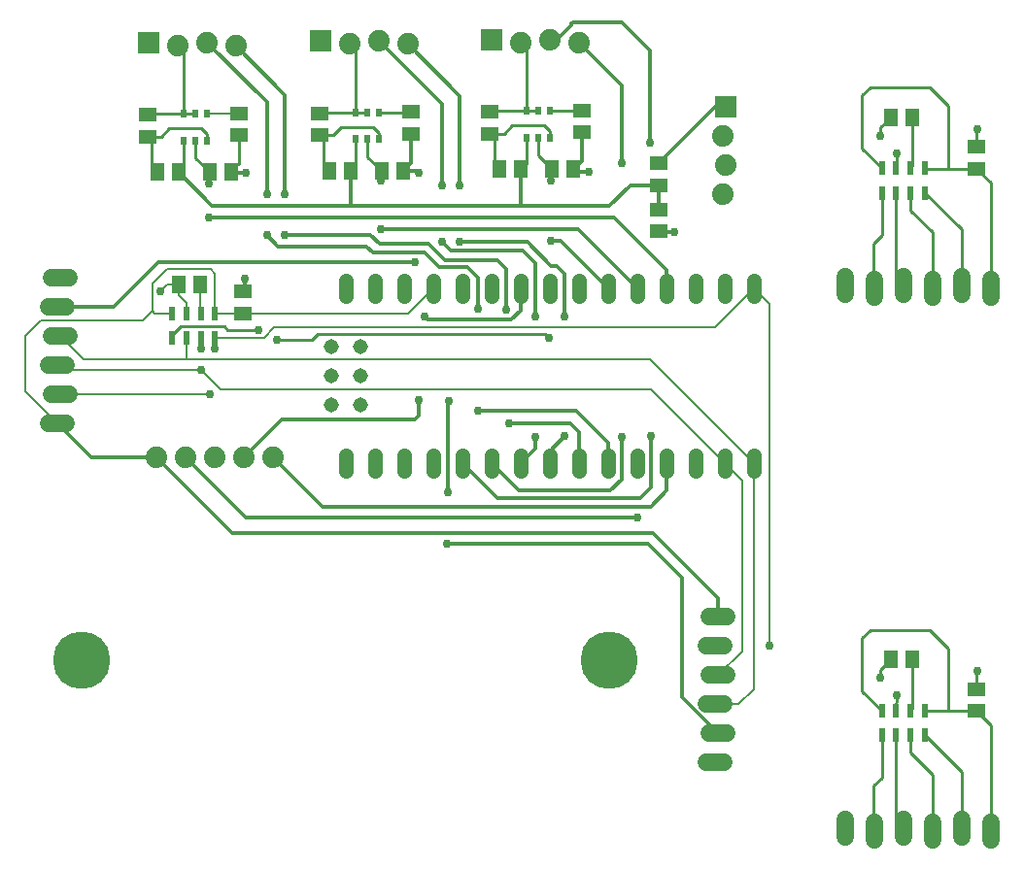
<source format=gbr>
G04 EAGLE Gerber RS-274X export*
G75*
%MOMM*%
%FSLAX34Y34*%
%LPD*%
%INTop Copper*%
%IPPOS*%
%AMOC8*
5,1,8,0,0,1.08239X$1,22.5*%
G01*
%ADD10R,0.550000X1.150000*%
%ADD11C,1.308000*%
%ADD12C,1.308000*%
%ADD13R,1.500000X1.300000*%
%ADD14R,1.300000X1.500000*%
%ADD15C,1.524000*%
%ADD16R,1.879600X1.879600*%
%ADD17C,1.879600*%
%ADD18R,0.508000X0.700000*%
%ADD19C,5.000000*%
%ADD20C,0.254000*%
%ADD21C,0.304800*%
%ADD22C,0.200000*%
%ADD23C,0.756400*%
%ADD24C,0.152400*%
%ADD25C,0.203200*%


D10*
X-170870Y790270D03*
X-183370Y790270D03*
X-195870Y790270D03*
X-208370Y790270D03*
X-208370Y768770D03*
X-195870Y768770D03*
X-183370Y768770D03*
X-170870Y768770D03*
D11*
X-57020Y666140D02*
X-57020Y653060D01*
X-31620Y653060D02*
X-31620Y666140D01*
X-6220Y666140D02*
X-6220Y653060D01*
X19180Y653060D02*
X19180Y666140D01*
X44580Y666140D02*
X44580Y653060D01*
X69980Y653060D02*
X69980Y666140D01*
X95380Y666140D02*
X95380Y653060D01*
X120780Y653060D02*
X120780Y666140D01*
X146180Y666140D02*
X146180Y653060D01*
X171580Y653060D02*
X171580Y666140D01*
X196980Y666140D02*
X196980Y653060D01*
X222380Y653060D02*
X222380Y666140D01*
X-57020Y805460D02*
X-57020Y818540D01*
X-31620Y818540D02*
X-31620Y805460D01*
X-6220Y805460D02*
X-6220Y818540D01*
X146180Y818540D02*
X146180Y805460D01*
X171580Y805460D02*
X171580Y818540D01*
X196980Y818540D02*
X196980Y805460D01*
X222380Y805460D02*
X222380Y818540D01*
X298580Y818540D02*
X298580Y805460D01*
X298580Y666140D02*
X298580Y653060D01*
X273180Y653060D02*
X273180Y666140D01*
X247780Y666140D02*
X247780Y653060D01*
X273180Y805460D02*
X273180Y818540D01*
X247780Y818540D02*
X247780Y805460D01*
X19180Y805460D02*
X19180Y818540D01*
D12*
X-44320Y761200D03*
X-44320Y735800D03*
X-44320Y710400D03*
D11*
X120780Y805460D02*
X120780Y818540D01*
X95380Y818540D02*
X95380Y805460D01*
X69980Y805460D02*
X69980Y818540D01*
X44580Y818540D02*
X44580Y805460D01*
D12*
X-69720Y761200D03*
X-69720Y735800D03*
X-69720Y710400D03*
D13*
X-146330Y790210D03*
X-146330Y809210D03*
D14*
X-183930Y815080D03*
X-202930Y815080D03*
D15*
X-298500Y821520D02*
X-313740Y821520D01*
X-316280Y796120D02*
X-301040Y796120D01*
X-298500Y770720D02*
X-313740Y770720D01*
X-316280Y745320D02*
X-301040Y745320D01*
X-298500Y719920D02*
X-313740Y719920D01*
X-316280Y694520D02*
X-301040Y694520D01*
X257510Y398600D02*
X272750Y398600D01*
X275290Y424000D02*
X260050Y424000D01*
X257510Y449400D02*
X272750Y449400D01*
X275290Y474800D02*
X260050Y474800D01*
X257510Y500200D02*
X272750Y500200D01*
X275290Y525600D02*
X260050Y525600D01*
D16*
X-228600Y1026160D03*
D17*
X-203200Y1023620D03*
X-177800Y1026160D03*
X-152400Y1023620D03*
D18*
X-177960Y964120D03*
X-187960Y964120D03*
X-197960Y964120D03*
X-197960Y940880D03*
X-187960Y940880D03*
X-177960Y940880D03*
D13*
X-149860Y945540D03*
X-149860Y964540D03*
X-229870Y963270D03*
X-229870Y944270D03*
D14*
X-221590Y913130D03*
X-202590Y913130D03*
X-156870Y913130D03*
X-175870Y913130D03*
D16*
X-78740Y1027430D03*
D17*
X-53340Y1024890D03*
X-27940Y1027430D03*
X-2540Y1024890D03*
D18*
X-28100Y965390D03*
X-38100Y965390D03*
X-48100Y965390D03*
X-48100Y942150D03*
X-38100Y942150D03*
X-28100Y942150D03*
D13*
X0Y946810D03*
X0Y965810D03*
X-80010Y964540D03*
X-80010Y945540D03*
D14*
X-71730Y914400D03*
X-52730Y914400D03*
X-7010Y914400D03*
X-26010Y914400D03*
D16*
X69850Y1028700D03*
D17*
X95250Y1026160D03*
X120650Y1028700D03*
X146050Y1026160D03*
D18*
X120490Y966660D03*
X110490Y966660D03*
X100490Y966660D03*
X100490Y943420D03*
X110490Y943420D03*
X120490Y943420D03*
D13*
X148590Y948080D03*
X148590Y967080D03*
X68580Y965810D03*
X68580Y946810D03*
D14*
X76860Y915670D03*
X95860Y915670D03*
X141580Y915670D03*
X122580Y915670D03*
D16*
X273710Y970430D03*
D17*
X271170Y945030D03*
X273710Y919630D03*
X271170Y894230D03*
D19*
X172800Y487500D03*
X-287200Y487500D03*
D17*
X-221800Y664300D03*
X-196400Y664300D03*
X-171000Y664300D03*
X-145600Y664300D03*
X-120200Y664300D03*
D13*
X215700Y902000D03*
X215700Y921000D03*
X215500Y861500D03*
X215500Y880500D03*
X492700Y916150D03*
X492700Y935150D03*
D14*
X436700Y961050D03*
X417700Y961050D03*
D10*
X447650Y916700D03*
X435150Y916700D03*
X422650Y916700D03*
X410150Y916700D03*
X410150Y895200D03*
X422650Y895200D03*
X435150Y895200D03*
X447650Y895200D03*
D15*
X378100Y821970D02*
X378100Y806730D01*
X403500Y804190D02*
X403500Y819430D01*
X428900Y821970D02*
X428900Y806730D01*
X454300Y804190D02*
X454300Y819430D01*
X479700Y821970D02*
X479700Y806730D01*
X505100Y804190D02*
X505100Y819430D01*
D13*
X492700Y443200D03*
X492700Y462200D03*
D14*
X436700Y488100D03*
X417700Y488100D03*
D10*
X447650Y443750D03*
X435150Y443750D03*
X422650Y443750D03*
X410150Y443750D03*
X410150Y422250D03*
X422650Y422250D03*
X435150Y422250D03*
X447650Y422250D03*
D15*
X378100Y349020D02*
X378100Y333780D01*
X403500Y331240D02*
X403500Y346480D01*
X428900Y349020D02*
X428900Y333780D01*
X454300Y331240D02*
X454300Y346480D01*
X479700Y349020D02*
X479700Y333780D01*
X505100Y331240D02*
X505100Y346480D01*
D20*
X-149860Y920140D02*
X-150029Y920138D01*
X-150199Y920132D01*
X-150368Y920122D01*
X-150537Y920107D01*
X-150705Y920089D01*
X-150873Y920066D01*
X-151040Y920040D01*
X-151207Y920009D01*
X-151373Y919975D01*
X-151538Y919936D01*
X-151702Y919894D01*
X-151864Y919847D01*
X-152026Y919797D01*
X-152187Y919743D01*
X-152346Y919684D01*
X-152503Y919622D01*
X-152660Y919557D01*
X-152814Y919487D01*
X-152967Y919414D01*
X-153118Y919337D01*
X-153267Y919257D01*
X-153414Y919172D01*
X-153559Y919085D01*
X-153702Y918994D01*
X-153842Y918899D01*
X-153980Y918801D01*
X-154116Y918700D01*
X-154250Y918596D01*
X-154380Y918488D01*
X-154508Y918377D01*
X-154634Y918263D01*
X-154757Y918146D01*
X-154876Y918027D01*
X-154993Y917904D01*
X-155107Y917778D01*
X-155218Y917650D01*
X-155326Y917520D01*
X-155430Y917386D01*
X-155531Y917250D01*
X-155629Y917112D01*
X-155724Y916972D01*
X-155815Y916829D01*
X-155902Y916684D01*
X-155987Y916537D01*
X-156067Y916388D01*
X-156144Y916237D01*
X-156217Y916084D01*
X-156287Y915930D01*
X-156352Y915773D01*
X-156414Y915616D01*
X-156473Y915457D01*
X-156527Y915296D01*
X-156577Y915134D01*
X-156624Y914972D01*
X-156666Y914808D01*
X-156705Y914643D01*
X-156739Y914477D01*
X-156770Y914310D01*
X-156796Y914143D01*
X-156819Y913975D01*
X-156837Y913807D01*
X-156852Y913638D01*
X-156862Y913469D01*
X-156868Y913299D01*
X-156870Y913130D01*
X-149860Y920140D02*
X-149860Y945540D01*
D21*
X148590Y948080D02*
X148590Y922680D01*
X141580Y915670D01*
X0Y921410D02*
X0Y946810D01*
X0Y921410D02*
X-7010Y914400D01*
D22*
X-202930Y815080D02*
X-202930Y805830D01*
X-195870Y798770D02*
X-195870Y790270D01*
X-195870Y798770D02*
X-202930Y805830D01*
X-202930Y815080D02*
X-212920Y815080D01*
X-218500Y809500D01*
D23*
X-218500Y809500D03*
D21*
X-156140Y912400D02*
X-156870Y913130D01*
X-156140Y912400D02*
X-144200Y912400D01*
D23*
X-144200Y912400D03*
D21*
X-7010Y914400D02*
X5000Y914400D01*
X6400Y913000D01*
D23*
X6400Y913000D03*
D21*
X141580Y915670D02*
X143550Y913700D01*
X155000Y913700D01*
D23*
X155000Y913700D03*
D21*
X215500Y861500D02*
X215700Y861300D01*
X229400Y861300D01*
D23*
X229400Y861300D03*
D21*
X-145200Y810340D02*
X-146330Y809210D01*
X-145200Y810340D02*
X-145200Y820600D01*
D23*
X-145200Y820600D03*
D20*
X492700Y935150D02*
X492700Y950950D01*
X493000Y950950D01*
D23*
X493000Y950950D03*
D20*
X417700Y961050D02*
X409000Y952350D01*
X409000Y944950D01*
D23*
X409000Y944950D03*
D20*
X423000Y929950D02*
X422650Y916700D01*
D23*
X423000Y929950D03*
D20*
X492700Y478000D02*
X492700Y462200D01*
X492700Y478000D02*
X493000Y478000D01*
D23*
X493000Y478000D03*
D20*
X417700Y488100D02*
X409000Y479400D01*
X409000Y472000D01*
D23*
X409000Y472000D03*
D20*
X423000Y457000D02*
X422650Y443750D01*
D23*
X423000Y457000D03*
D22*
X-183930Y790830D02*
X-183930Y815080D01*
X-183930Y790830D02*
X-183370Y790270D01*
X-175620Y719920D02*
X-306120Y719920D01*
X-175620Y719920D02*
X-175600Y719900D01*
D23*
X-175600Y719900D03*
X-171300Y759500D03*
D22*
X-171300Y768340D01*
X-170870Y768770D01*
D23*
X311900Y500200D03*
D22*
X311900Y798680D01*
X298940Y811640D01*
X298580Y812000D01*
X-128430Y768770D02*
X-170870Y768770D01*
X-128430Y768770D02*
X-119600Y777600D01*
X264900Y777600D01*
X298940Y811640D01*
D20*
X447650Y895200D02*
X479700Y863150D01*
X479700Y814350D01*
X447650Y422250D02*
X479700Y390200D01*
X479700Y341400D01*
X-200851Y778500D02*
X-208370Y770981D01*
X-208370Y768770D01*
X-200851Y778500D02*
X-162700Y778500D01*
X-159900Y775700D01*
X-133000Y775700D01*
D23*
X-133000Y775700D03*
X-116700Y766700D03*
D20*
X-86700Y766700D01*
X-81200Y772200D01*
X116600Y772200D01*
X120300Y768500D01*
D23*
X120300Y768500D03*
D22*
X-285400Y750000D02*
X-306120Y770720D01*
X208180Y750000D02*
X298580Y659600D01*
X-195600Y750000D02*
X-285400Y750000D01*
X-195600Y750000D02*
X208180Y750000D01*
X-195600Y750000D02*
X-195600Y768500D01*
X-195870Y768770D01*
X298580Y659600D02*
X298580Y462580D01*
X285200Y449200D01*
X285000Y449400D01*
X265130Y449400D01*
D20*
X422650Y820600D02*
X422650Y895200D01*
X422650Y820600D02*
X428900Y814350D01*
X422650Y422250D02*
X422650Y347650D01*
X428900Y341400D01*
D22*
X-183200Y741020D02*
X-304360Y741020D01*
X-308660Y745320D01*
X-165900Y723720D02*
X209060Y723720D01*
X-165900Y723720D02*
X-183200Y741020D01*
X209060Y723720D02*
X270740Y662040D01*
X273180Y659600D01*
X-183370Y759130D02*
X-183370Y768770D01*
X-183370Y759130D02*
X-183400Y759100D01*
D23*
X-183400Y759100D03*
X-183200Y741020D03*
D22*
X267670Y474800D02*
X288500Y495630D01*
X288500Y644280D02*
X273180Y659600D01*
X288500Y644280D02*
X288500Y495630D01*
D20*
X435150Y879800D02*
X435150Y895200D01*
X454300Y860650D02*
X454300Y811810D01*
X454300Y860650D02*
X435150Y879800D01*
X435150Y422250D02*
X435150Y406850D01*
X454300Y387700D02*
X454300Y338860D01*
X454300Y387700D02*
X435150Y406850D01*
D22*
X19180Y812000D02*
X-2610Y790210D01*
X-146330Y790210D01*
X-170610Y790210D01*
X-170670Y790270D01*
X-170870Y790270D01*
X-170870Y824870D01*
X-175000Y829000D01*
X-212700Y829000D01*
X-225700Y816000D01*
X-225700Y792600D01*
X-225700Y792100D01*
X-223470Y790270D02*
X-208370Y790270D01*
X-223470Y790270D02*
X-225500Y792300D01*
X-310670Y696530D02*
X-308660Y694520D01*
X-310670Y696530D02*
X-336100Y721960D01*
X-336100Y770600D01*
X-322700Y784000D01*
X-234300Y784000D02*
X-225700Y792600D01*
X-225500Y792300D02*
X-225700Y792100D01*
X-234300Y784000D02*
X-322700Y784000D01*
D21*
X-278440Y664300D02*
X-221800Y664300D01*
X-278440Y664300D02*
X-310670Y696530D01*
X-221800Y664300D02*
X-155800Y598300D01*
X210900Y598300D01*
X267670Y541530D01*
X267670Y525600D01*
D20*
X505100Y903750D02*
X492700Y916150D01*
X505100Y903750D02*
X505100Y811810D01*
X492700Y916150D02*
X469000Y916150D01*
X448200Y916150D01*
X447650Y916700D01*
X410150Y916700D02*
X393000Y933850D01*
X393000Y979950D02*
X400000Y986950D01*
X452000Y986950D01*
X468000Y970950D01*
X468000Y917150D01*
X469000Y916150D01*
X393000Y933850D02*
X393000Y979950D01*
X492700Y443200D02*
X505100Y430800D01*
X505100Y338860D01*
X492700Y443200D02*
X469000Y443200D01*
X448200Y443200D01*
X447650Y443750D01*
X410150Y443750D02*
X393000Y460900D01*
X393000Y507000D02*
X400000Y514000D01*
X452000Y514000D01*
X468000Y498000D01*
X468000Y444200D01*
X469000Y443200D01*
X393000Y460900D02*
X393000Y507000D01*
D21*
X-259480Y796120D02*
X-308660Y796120D01*
X-259480Y796120D02*
X-220700Y834900D01*
X2400Y834900D01*
X2900Y834400D01*
D23*
X2900Y834400D03*
D21*
X236000Y455670D02*
X267670Y424000D01*
X236000Y455670D02*
X236000Y559300D01*
X206400Y588900D01*
X31000Y588900D01*
D23*
X31000Y588900D03*
X32300Y634000D03*
D21*
X32300Y713300D01*
X32400Y713400D01*
D23*
X32400Y713400D03*
D20*
X-175870Y913130D02*
X-187960Y925220D01*
X-187960Y940880D01*
D21*
X-175870Y913130D02*
X-176530Y912470D01*
X-176530Y902970D01*
D23*
X-176530Y902970D03*
X-176530Y873760D03*
D21*
X132300Y873760D01*
X133350Y873760D01*
X176640Y873760D01*
X222380Y828020D02*
X222380Y812000D01*
X222380Y828020D02*
X176640Y873760D01*
D20*
X-149860Y964540D02*
X-150280Y964120D01*
D24*
X-149860Y964540D02*
X-177540Y964540D01*
X-177960Y964120D01*
D20*
X-187960Y964120D02*
X-197960Y964120D01*
X-197960Y1017110D01*
D25*
X-203200Y1023620D01*
D20*
X-197960Y964120D02*
X-228180Y964120D01*
X-230300Y962000D01*
X-230300Y962840D02*
X-229870Y963270D01*
X-230300Y962840D02*
X-230300Y962000D01*
X-229870Y944270D02*
X-226060Y944270D01*
X-226060Y913130D02*
X-221590Y913130D01*
X-226060Y913130D02*
X-226060Y944270D01*
X-229870Y944270D02*
X-217780Y944270D01*
X-210820Y951230D01*
X-182880Y951230D01*
X-177960Y946310D02*
X-177960Y940880D01*
X-177960Y946310D02*
X-182880Y951230D01*
D25*
X-197960Y917760D02*
X-198095Y917758D01*
X-198229Y917752D01*
X-198364Y917742D01*
X-198498Y917729D01*
X-198631Y917711D01*
X-198764Y917690D01*
X-198896Y917664D01*
X-199028Y917635D01*
X-199158Y917602D01*
X-199288Y917565D01*
X-199416Y917525D01*
X-199544Y917481D01*
X-199669Y917433D01*
X-199794Y917381D01*
X-199917Y917326D01*
X-200038Y917268D01*
X-200157Y917205D01*
X-200275Y917140D01*
X-200391Y917071D01*
X-200504Y916998D01*
X-200616Y916923D01*
X-200725Y916844D01*
X-200832Y916762D01*
X-200936Y916677D01*
X-201038Y916589D01*
X-201137Y916498D01*
X-201234Y916404D01*
X-201328Y916307D01*
X-201419Y916208D01*
X-201507Y916106D01*
X-201592Y916002D01*
X-201674Y915895D01*
X-201753Y915786D01*
X-201828Y915674D01*
X-201901Y915561D01*
X-201970Y915445D01*
X-202035Y915327D01*
X-202098Y915208D01*
X-202156Y915087D01*
X-202211Y914964D01*
X-202263Y914839D01*
X-202311Y914714D01*
X-202355Y914586D01*
X-202395Y914458D01*
X-202432Y914328D01*
X-202465Y914198D01*
X-202494Y914066D01*
X-202520Y913934D01*
X-202541Y913801D01*
X-202559Y913668D01*
X-202572Y913534D01*
X-202582Y913399D01*
X-202588Y913265D01*
X-202590Y913130D01*
D20*
X-197960Y917760D02*
X-197960Y940880D01*
D25*
X-52730Y914400D02*
X-52728Y914535D01*
X-52722Y914669D01*
X-52712Y914804D01*
X-52699Y914938D01*
X-52681Y915071D01*
X-52660Y915204D01*
X-52634Y915336D01*
X-52605Y915468D01*
X-52572Y915598D01*
X-52535Y915728D01*
X-52495Y915856D01*
X-52451Y915984D01*
X-52403Y916109D01*
X-52351Y916234D01*
X-52296Y916357D01*
X-52238Y916478D01*
X-52175Y916597D01*
X-52110Y916715D01*
X-52041Y916831D01*
X-51968Y916944D01*
X-51893Y917056D01*
X-51814Y917165D01*
X-51732Y917272D01*
X-51647Y917376D01*
X-51559Y917478D01*
X-51468Y917577D01*
X-51374Y917674D01*
X-51277Y917768D01*
X-51178Y917859D01*
X-51076Y917947D01*
X-50972Y918032D01*
X-50865Y918114D01*
X-50756Y918193D01*
X-50644Y918268D01*
X-50531Y918341D01*
X-50415Y918410D01*
X-50297Y918475D01*
X-50178Y918538D01*
X-50057Y918596D01*
X-49934Y918651D01*
X-49809Y918703D01*
X-49684Y918751D01*
X-49556Y918795D01*
X-49428Y918835D01*
X-49298Y918872D01*
X-49168Y918905D01*
X-49036Y918934D01*
X-48904Y918960D01*
X-48771Y918981D01*
X-48638Y918999D01*
X-48504Y919012D01*
X-48369Y919022D01*
X-48235Y919028D01*
X-48100Y919030D01*
D20*
X-48100Y942150D01*
D25*
X95860Y915670D02*
X95862Y915805D01*
X95868Y915939D01*
X95878Y916074D01*
X95891Y916208D01*
X95909Y916341D01*
X95930Y916474D01*
X95956Y916606D01*
X95985Y916738D01*
X96018Y916868D01*
X96055Y916998D01*
X96095Y917126D01*
X96139Y917254D01*
X96187Y917379D01*
X96239Y917504D01*
X96294Y917627D01*
X96352Y917748D01*
X96415Y917867D01*
X96480Y917985D01*
X96549Y918101D01*
X96622Y918214D01*
X96697Y918326D01*
X96776Y918435D01*
X96858Y918542D01*
X96943Y918646D01*
X97031Y918748D01*
X97122Y918847D01*
X97216Y918944D01*
X97313Y919038D01*
X97412Y919129D01*
X97514Y919217D01*
X97618Y919302D01*
X97725Y919384D01*
X97834Y919463D01*
X97946Y919538D01*
X98059Y919611D01*
X98175Y919680D01*
X98293Y919745D01*
X98412Y919808D01*
X98533Y919866D01*
X98656Y919921D01*
X98781Y919973D01*
X98906Y920021D01*
X99034Y920065D01*
X99162Y920105D01*
X99292Y920142D01*
X99422Y920175D01*
X99554Y920204D01*
X99686Y920230D01*
X99819Y920251D01*
X99952Y920269D01*
X100086Y920282D01*
X100221Y920292D01*
X100355Y920298D01*
X100490Y920300D01*
D20*
X100490Y943420D01*
D21*
X96520Y883920D02*
X172720Y883920D01*
X96520Y883920D02*
X-53340Y883920D01*
X-173380Y883920D01*
X-202590Y913130D01*
X95860Y915670D02*
X95860Y884580D01*
X96520Y883920D01*
X-52730Y884530D02*
X-52730Y914400D01*
X-52730Y884530D02*
X-53340Y883920D01*
X190800Y902000D02*
X215700Y902000D01*
X190800Y902000D02*
X172720Y883920D01*
X215700Y880700D02*
X215700Y902000D01*
X215700Y880700D02*
X215500Y880500D01*
D20*
X122580Y915670D02*
X110490Y927760D01*
X110490Y943420D01*
D21*
X122580Y915670D02*
X122580Y906170D01*
X121920Y905510D01*
D23*
X121920Y905510D03*
X121920Y853440D03*
D21*
X130140Y853440D01*
X171580Y812000D01*
D20*
X-26010Y914400D02*
X-38100Y926490D01*
X-38100Y942150D01*
D21*
X-26010Y914400D02*
X-26010Y906170D01*
X-26670Y905510D01*
D23*
X-26670Y905510D03*
X-26670Y863600D03*
D21*
X145380Y863600D02*
X196980Y812000D01*
X145380Y863600D02*
X-26670Y863600D01*
X69980Y659600D02*
X94180Y635400D01*
X173700Y635400D01*
X183500Y645200D01*
D23*
X183500Y682400D03*
X183600Y921200D03*
D21*
X183600Y988610D01*
X146050Y1026160D01*
X183500Y682400D02*
X183500Y645200D01*
X41910Y979170D02*
X-2540Y1024890D01*
X41910Y979170D02*
X41910Y901700D01*
D23*
X41910Y901700D03*
X41910Y852170D03*
D21*
X101130Y852170D01*
X121800Y831500D01*
X126700Y831500D01*
X133800Y824400D01*
X133800Y787000D01*
D23*
X133800Y787000D03*
X133900Y683000D03*
D21*
X120780Y669880D01*
X120780Y659600D01*
X-110490Y980440D02*
X-152400Y1023620D01*
X-110490Y980440D02*
X-110490Y894080D01*
D23*
X-110490Y894080D03*
X-110490Y858520D03*
D21*
X-35520Y858520D01*
X-27400Y850400D01*
X14500Y850400D01*
X14900Y850800D01*
X29400Y836300D01*
X75000Y836300D01*
X82700Y828600D01*
X82700Y793600D01*
D23*
X82700Y793600D03*
X84900Y693800D03*
D21*
X138600Y693800D01*
X146180Y686220D02*
X146180Y659600D01*
X146180Y686220D02*
X138600Y693800D01*
X74880Y629300D02*
X44580Y659600D01*
X74880Y629300D02*
X199300Y629300D01*
X208700Y638700D01*
X208700Y682800D01*
D23*
X208700Y682800D03*
X208400Y939200D03*
D21*
X208400Y1019100D01*
X183500Y1044000D01*
X140900Y1044000D01*
X139834Y1042934D02*
X139834Y1041484D01*
X127050Y1028700D01*
X139834Y1042934D02*
X140900Y1044000D01*
X127050Y1028700D02*
X120650Y1028700D01*
X26670Y972820D02*
X-27940Y1027430D01*
X26670Y972820D02*
X26670Y901700D01*
D23*
X26670Y901700D03*
X26670Y852170D03*
D21*
X34340Y844500D01*
X97500Y844500D01*
X107900Y834100D01*
X107900Y787400D01*
D23*
X107900Y787400D03*
X108100Y682600D03*
D21*
X108100Y672320D01*
X95380Y659600D01*
X-125730Y974090D02*
X-177800Y1026160D01*
X-125730Y974090D02*
X-125730Y894080D01*
D23*
X-125730Y894080D03*
X-125730Y858520D03*
D21*
X-115910Y848700D01*
X-39200Y848700D01*
X-33600Y843100D01*
X11800Y843100D01*
X24700Y830200D01*
X49000Y830200D01*
X58300Y820900D01*
X58300Y793800D01*
D23*
X58300Y793800D03*
X58500Y705200D03*
D21*
X143400Y705200D01*
X171580Y677020D02*
X171580Y659600D01*
X171580Y677020D02*
X143400Y705200D01*
D20*
X-420Y965390D02*
X-28100Y965390D01*
X-420Y965390D02*
X0Y965810D01*
X-38100Y965390D02*
X-48100Y965390D01*
X-48100Y1018380D01*
D25*
X-53340Y1024890D01*
D20*
X-48100Y965390D02*
X-78320Y965390D01*
X-80440Y963270D01*
X-80440Y964110D02*
X-80010Y964540D01*
X-80440Y964110D02*
X-80440Y963270D01*
X-80010Y945540D02*
X-76200Y945540D01*
X-76200Y914400D02*
X-71730Y914400D01*
X-76200Y914400D02*
X-76200Y945540D01*
X-80010Y945540D02*
X-67920Y945540D01*
X-60960Y952500D01*
X-33020Y952500D01*
X-28100Y947580D02*
X-28100Y942150D01*
X-28100Y947580D02*
X-33020Y952500D01*
X120490Y966410D02*
X147920Y966410D01*
X148590Y967080D01*
X110490Y966660D02*
X100490Y966660D01*
X100490Y1019650D01*
D25*
X95250Y1026160D01*
D20*
X100490Y966660D02*
X70270Y966660D01*
X68150Y964540D01*
X68150Y965380D02*
X68580Y965810D01*
X68150Y965380D02*
X68150Y964540D01*
X68580Y946810D02*
X72390Y946810D01*
X72390Y915670D02*
X76860Y915670D01*
X72390Y915670D02*
X72390Y946810D01*
X68580Y946810D02*
X80670Y946810D01*
X87630Y953770D01*
X115570Y953770D01*
X120490Y948850D02*
X120490Y943420D01*
X120490Y948850D02*
X115570Y953770D01*
D21*
X-120200Y664300D02*
X-77400Y621500D01*
X222380Y635380D02*
X222380Y659600D01*
X208500Y621500D02*
X-77400Y621500D01*
X208500Y621500D02*
X222380Y635380D01*
X-112500Y697400D02*
X-145600Y664300D01*
X-112500Y697400D02*
X2900Y697400D01*
X6200Y700700D01*
X6200Y714800D01*
D23*
X6200Y714800D03*
X11500Y787700D03*
D21*
X14600Y784600D01*
X87400Y784600D01*
X95380Y792580D01*
X95380Y812000D01*
X-144100Y612000D02*
X-196400Y664300D01*
X-144100Y612000D02*
X197200Y612000D01*
D23*
X197200Y612000D03*
D21*
X215700Y921000D02*
X265130Y970430D01*
X273710Y970430D01*
D20*
X435150Y916700D02*
X436700Y918250D01*
X436700Y961050D01*
X410150Y895200D02*
X410150Y858100D01*
X403000Y850950D01*
X403000Y812310D01*
X403500Y811810D01*
X410150Y422250D02*
X410150Y385150D01*
X403000Y378000D01*
X403000Y339360D01*
X403500Y338860D01*
X435150Y443750D02*
X436700Y445300D01*
X436700Y488100D01*
M02*

</source>
